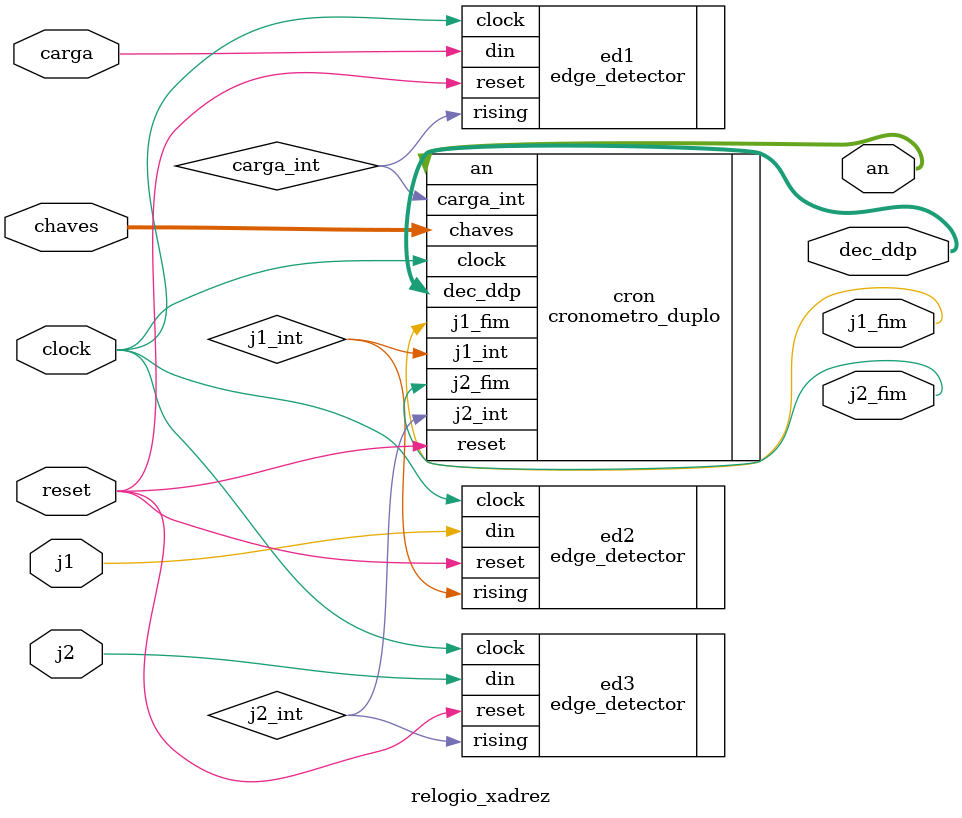
<source format=v>
module relogio_xadrez 
#(parameter CLOCK_FREQ = 50000000) // Parâmetro do divisor de clock
(
  input carga, reset, clock, j1, j2,
  input [6:0] chaves,
  output j1_fim, j2_fim,
  output [7:0] an, dec_ddp
);
  wire carga_int;
  wire j1_int, j2_int;
  
  wire [5:0] d1,d2,d3,d4,d5,d6,d7,d8;

  // instanciação dos detectores de borda
  edge_detector ed1 (.clock(clock), .reset(reset), .din(carga), .rising(carga_int));
  edge_detector ed2 (.clock(clock), .reset(reset), .din(j1), .rising(j1_int));
  edge_detector ed3 (.clock(clock), .reset(reset), .din(j2), .rising(j2_int));

  // instanciação do cronometro duplo
  cronometro_duplo #(.CLOCK_FREQ(CLOCK_FREQ)) cron (.carga_int(carga_int), .clock(clock), .reset(reset), .an(an), .dec_ddp(dec_ddp), .j1_int(j1_int), .j2_int(j2_int), .chaves(chaves), .j1_fim(j1_fim), .j2_fim(j2_fim));

endmodule


</source>
